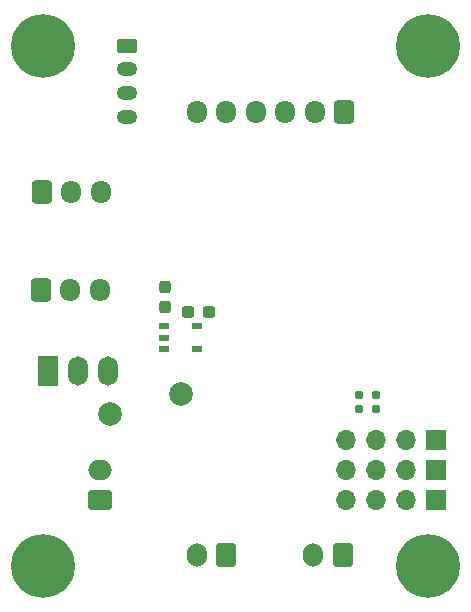
<source format=gbs>
G04 #@! TF.GenerationSoftware,KiCad,Pcbnew,9.0.0*
G04 #@! TF.CreationDate,2025-04-11T10:19:01+02:00*
G04 #@! TF.ProjectId,Janus_finalV,4a616e75-735f-4666-996e-616c562e6b69,rev?*
G04 #@! TF.SameCoordinates,Original*
G04 #@! TF.FileFunction,Soldermask,Bot*
G04 #@! TF.FilePolarity,Negative*
%FSLAX46Y46*%
G04 Gerber Fmt 4.6, Leading zero omitted, Abs format (unit mm)*
G04 Created by KiCad (PCBNEW 9.0.0) date 2025-04-11 10:19:01*
%MOMM*%
%LPD*%
G01*
G04 APERTURE LIST*
G04 Aperture macros list*
%AMRoundRect*
0 Rectangle with rounded corners*
0 $1 Rounding radius*
0 $2 $3 $4 $5 $6 $7 $8 $9 X,Y pos of 4 corners*
0 Add a 4 corners polygon primitive as box body*
4,1,4,$2,$3,$4,$5,$6,$7,$8,$9,$2,$3,0*
0 Add four circle primitives for the rounded corners*
1,1,$1+$1,$2,$3*
1,1,$1+$1,$4,$5*
1,1,$1+$1,$6,$7*
1,1,$1+$1,$8,$9*
0 Add four rect primitives between the rounded corners*
20,1,$1+$1,$2,$3,$4,$5,0*
20,1,$1+$1,$4,$5,$6,$7,0*
20,1,$1+$1,$6,$7,$8,$9,0*
20,1,$1+$1,$8,$9,$2,$3,0*%
G04 Aperture macros list end*
%ADD10R,1.700000X1.700000*%
%ADD11O,1.700000X1.700000*%
%ADD12C,5.400000*%
%ADD13RoundRect,0.250000X-0.625000X0.350000X-0.625000X-0.350000X0.625000X-0.350000X0.625000X0.350000X0*%
%ADD14O,1.750000X1.200000*%
%ADD15R,1.700000X2.500000*%
%ADD16O,1.700000X2.500000*%
%ADD17RoundRect,0.250000X-0.600000X-0.725000X0.600000X-0.725000X0.600000X0.725000X-0.600000X0.725000X0*%
%ADD18O,1.700000X1.950000*%
%ADD19RoundRect,0.250000X0.600000X0.725000X-0.600000X0.725000X-0.600000X-0.725000X0.600000X-0.725000X0*%
%ADD20RoundRect,0.160000X-0.160000X0.197500X-0.160000X-0.197500X0.160000X-0.197500X0.160000X0.197500X0*%
%ADD21C,2.000000*%
%ADD22RoundRect,0.250000X0.600000X0.750000X-0.600000X0.750000X-0.600000X-0.750000X0.600000X-0.750000X0*%
%ADD23O,1.700000X2.000000*%
%ADD24RoundRect,0.250000X0.750000X-0.600000X0.750000X0.600000X-0.750000X0.600000X-0.750000X-0.600000X0*%
%ADD25O,2.000000X1.700000*%
%ADD26R,0.900000X0.600000*%
%ADD27RoundRect,0.237500X-0.300000X-0.237500X0.300000X-0.237500X0.300000X0.237500X-0.300000X0.237500X0*%
%ADD28RoundRect,0.237500X0.237500X-0.300000X0.237500X0.300000X-0.237500X0.300000X-0.237500X-0.300000X0*%
G04 APERTURE END LIST*
D10*
X147700000Y-80080000D03*
D11*
X145160000Y-80080000D03*
X142620000Y-80080000D03*
X140080000Y-80080000D03*
D12*
X147000000Y-85600000D03*
D13*
X121500000Y-41600000D03*
D14*
X121500000Y-43600000D03*
X121500000Y-45600000D03*
X121500000Y-47600000D03*
D10*
X147700000Y-77540000D03*
D11*
X145160000Y-77540000D03*
X142620000Y-77540000D03*
X140080000Y-77540000D03*
D15*
X114820000Y-69100000D03*
D16*
X117360000Y-69100000D03*
X119900000Y-69100000D03*
D12*
X114400000Y-41600000D03*
D17*
X114200000Y-62300000D03*
D18*
X116700000Y-62300000D03*
X119200000Y-62300000D03*
D17*
X114300000Y-54000000D03*
D18*
X116800000Y-54000000D03*
X119300000Y-54000000D03*
D10*
X147700000Y-75000000D03*
D11*
X145160000Y-75000000D03*
X142620000Y-75000000D03*
X140080000Y-75000000D03*
D12*
X147000000Y-41600000D03*
X114400000Y-85600000D03*
D19*
X139900000Y-47200000D03*
D18*
X137400000Y-47200000D03*
X134900000Y-47200000D03*
X132400000Y-47200000D03*
X129900000Y-47200000D03*
X127400000Y-47200000D03*
D20*
X141120000Y-71182500D03*
X141120000Y-72377500D03*
D21*
X126100000Y-71100000D03*
D22*
X129900000Y-84700000D03*
D23*
X127400000Y-84700000D03*
D24*
X119200000Y-80050000D03*
D25*
X119200000Y-77550000D03*
D20*
X142620000Y-71192500D03*
X142620000Y-72387500D03*
D21*
X120100000Y-72800000D03*
D22*
X139750000Y-84700000D03*
D23*
X137250000Y-84700000D03*
D26*
X124662500Y-67250000D03*
X124662500Y-66300000D03*
X124662500Y-65350000D03*
X127462500Y-65350000D03*
X127462500Y-67250000D03*
D27*
X126700000Y-64100000D03*
X128425000Y-64100000D03*
D28*
X124700000Y-63725000D03*
X124700000Y-62000000D03*
M02*

</source>
